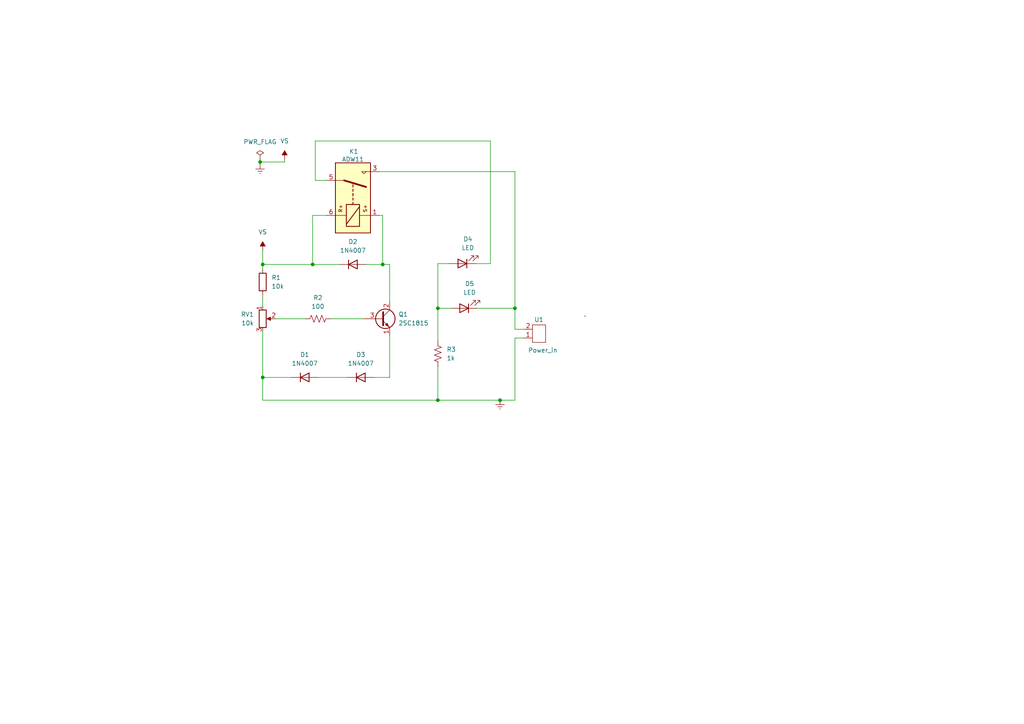
<source format=kicad_sch>
(kicad_sch (version 20211123) (generator eeschema)

  (uuid 0f530277-9585-47a9-a418-89f6049604ab)

  (paper "A4")

  (title_block
    (title "Battery Charger")
    (date "2022-05-16")
    (rev "v.1.1")
    (company "zhrzkn")
  )

  (lib_symbols
    (symbol "Device:LED" (pin_numbers hide) (pin_names (offset 1.016) hide) (in_bom yes) (on_board yes)
      (property "Reference" "D" (id 0) (at 0 2.54 0)
        (effects (font (size 1.27 1.27)))
      )
      (property "Value" "LED" (id 1) (at 0 -2.54 0)
        (effects (font (size 1.27 1.27)))
      )
      (property "Footprint" "" (id 2) (at 0 0 0)
        (effects (font (size 1.27 1.27)) hide)
      )
      (property "Datasheet" "~" (id 3) (at 0 0 0)
        (effects (font (size 1.27 1.27)) hide)
      )
      (property "ki_keywords" "LED diode" (id 4) (at 0 0 0)
        (effects (font (size 1.27 1.27)) hide)
      )
      (property "ki_description" "Light emitting diode" (id 5) (at 0 0 0)
        (effects (font (size 1.27 1.27)) hide)
      )
      (property "ki_fp_filters" "LED* LED_SMD:* LED_THT:*" (id 6) (at 0 0 0)
        (effects (font (size 1.27 1.27)) hide)
      )
      (symbol "LED_0_1"
        (polyline
          (pts
            (xy -1.27 -1.27)
            (xy -1.27 1.27)
          )
          (stroke (width 0.254) (type default) (color 0 0 0 0))
          (fill (type none))
        )
        (polyline
          (pts
            (xy -1.27 0)
            (xy 1.27 0)
          )
          (stroke (width 0) (type default) (color 0 0 0 0))
          (fill (type none))
        )
        (polyline
          (pts
            (xy 1.27 -1.27)
            (xy 1.27 1.27)
            (xy -1.27 0)
            (xy 1.27 -1.27)
          )
          (stroke (width 0.254) (type default) (color 0 0 0 0))
          (fill (type none))
        )
        (polyline
          (pts
            (xy -3.048 -0.762)
            (xy -4.572 -2.286)
            (xy -3.81 -2.286)
            (xy -4.572 -2.286)
            (xy -4.572 -1.524)
          )
          (stroke (width 0) (type default) (color 0 0 0 0))
          (fill (type none))
        )
        (polyline
          (pts
            (xy -1.778 -0.762)
            (xy -3.302 -2.286)
            (xy -2.54 -2.286)
            (xy -3.302 -2.286)
            (xy -3.302 -1.524)
          )
          (stroke (width 0) (type default) (color 0 0 0 0))
          (fill (type none))
        )
      )
      (symbol "LED_1_1"
        (pin passive line (at -3.81 0 0) (length 2.54)
          (name "K" (effects (font (size 1.27 1.27))))
          (number "1" (effects (font (size 1.27 1.27))))
        )
        (pin passive line (at 3.81 0 180) (length 2.54)
          (name "A" (effects (font (size 1.27 1.27))))
          (number "2" (effects (font (size 1.27 1.27))))
        )
      )
    )
    (symbol "Device:R" (pin_numbers hide) (pin_names (offset 0)) (in_bom yes) (on_board yes)
      (property "Reference" "R" (id 0) (at 2.032 0 90)
        (effects (font (size 1.27 1.27)))
      )
      (property "Value" "R" (id 1) (at 0 0 90)
        (effects (font (size 1.27 1.27)))
      )
      (property "Footprint" "" (id 2) (at -1.778 0 90)
        (effects (font (size 1.27 1.27)) hide)
      )
      (property "Datasheet" "~" (id 3) (at 0 0 0)
        (effects (font (size 1.27 1.27)) hide)
      )
      (property "ki_keywords" "R res resistor" (id 4) (at 0 0 0)
        (effects (font (size 1.27 1.27)) hide)
      )
      (property "ki_description" "Resistor" (id 5) (at 0 0 0)
        (effects (font (size 1.27 1.27)) hide)
      )
      (property "ki_fp_filters" "R_*" (id 6) (at 0 0 0)
        (effects (font (size 1.27 1.27)) hide)
      )
      (symbol "R_0_1"
        (rectangle (start -1.016 -2.54) (end 1.016 2.54)
          (stroke (width 0.254) (type default) (color 0 0 0 0))
          (fill (type none))
        )
      )
      (symbol "R_1_1"
        (pin passive line (at 0 3.81 270) (length 1.27)
          (name "~" (effects (font (size 1.27 1.27))))
          (number "1" (effects (font (size 1.27 1.27))))
        )
        (pin passive line (at 0 -3.81 90) (length 1.27)
          (name "~" (effects (font (size 1.27 1.27))))
          (number "2" (effects (font (size 1.27 1.27))))
        )
      )
    )
    (symbol "Device:R_Potentiometer" (pin_names (offset 1.016) hide) (in_bom yes) (on_board yes)
      (property "Reference" "RV" (id 0) (at -4.445 0 90)
        (effects (font (size 1.27 1.27)))
      )
      (property "Value" "R_Potentiometer" (id 1) (at -2.54 0 90)
        (effects (font (size 1.27 1.27)))
      )
      (property "Footprint" "" (id 2) (at 0 0 0)
        (effects (font (size 1.27 1.27)) hide)
      )
      (property "Datasheet" "~" (id 3) (at 0 0 0)
        (effects (font (size 1.27 1.27)) hide)
      )
      (property "ki_keywords" "resistor variable" (id 4) (at 0 0 0)
        (effects (font (size 1.27 1.27)) hide)
      )
      (property "ki_description" "Potentiometer" (id 5) (at 0 0 0)
        (effects (font (size 1.27 1.27)) hide)
      )
      (property "ki_fp_filters" "Potentiometer*" (id 6) (at 0 0 0)
        (effects (font (size 1.27 1.27)) hide)
      )
      (symbol "R_Potentiometer_0_1"
        (polyline
          (pts
            (xy 2.54 0)
            (xy 1.524 0)
          )
          (stroke (width 0) (type default) (color 0 0 0 0))
          (fill (type none))
        )
        (polyline
          (pts
            (xy 1.143 0)
            (xy 2.286 0.508)
            (xy 2.286 -0.508)
            (xy 1.143 0)
          )
          (stroke (width 0) (type default) (color 0 0 0 0))
          (fill (type outline))
        )
        (rectangle (start 1.016 2.54) (end -1.016 -2.54)
          (stroke (width 0.254) (type default) (color 0 0 0 0))
          (fill (type none))
        )
      )
      (symbol "R_Potentiometer_1_1"
        (pin passive line (at 0 3.81 270) (length 1.27)
          (name "1" (effects (font (size 1.27 1.27))))
          (number "1" (effects (font (size 1.27 1.27))))
        )
        (pin passive line (at 3.81 0 180) (length 1.27)
          (name "2" (effects (font (size 1.27 1.27))))
          (number "2" (effects (font (size 1.27 1.27))))
        )
        (pin passive line (at 0 -3.81 90) (length 1.27)
          (name "3" (effects (font (size 1.27 1.27))))
          (number "3" (effects (font (size 1.27 1.27))))
        )
      )
    )
    (symbol "Device:R_US" (pin_numbers hide) (pin_names (offset 0)) (in_bom yes) (on_board yes)
      (property "Reference" "R" (id 0) (at 2.54 0 90)
        (effects (font (size 1.27 1.27)))
      )
      (property "Value" "R_US" (id 1) (at -2.54 0 90)
        (effects (font (size 1.27 1.27)))
      )
      (property "Footprint" "" (id 2) (at 1.016 -0.254 90)
        (effects (font (size 1.27 1.27)) hide)
      )
      (property "Datasheet" "~" (id 3) (at 0 0 0)
        (effects (font (size 1.27 1.27)) hide)
      )
      (property "ki_keywords" "R res resistor" (id 4) (at 0 0 0)
        (effects (font (size 1.27 1.27)) hide)
      )
      (property "ki_description" "Resistor, US symbol" (id 5) (at 0 0 0)
        (effects (font (size 1.27 1.27)) hide)
      )
      (property "ki_fp_filters" "R_*" (id 6) (at 0 0 0)
        (effects (font (size 1.27 1.27)) hide)
      )
      (symbol "R_US_0_1"
        (polyline
          (pts
            (xy 0 -2.286)
            (xy 0 -2.54)
          )
          (stroke (width 0) (type default) (color 0 0 0 0))
          (fill (type none))
        )
        (polyline
          (pts
            (xy 0 2.286)
            (xy 0 2.54)
          )
          (stroke (width 0) (type default) (color 0 0 0 0))
          (fill (type none))
        )
        (polyline
          (pts
            (xy 0 -0.762)
            (xy 1.016 -1.143)
            (xy 0 -1.524)
            (xy -1.016 -1.905)
            (xy 0 -2.286)
          )
          (stroke (width 0) (type default) (color 0 0 0 0))
          (fill (type none))
        )
        (polyline
          (pts
            (xy 0 0.762)
            (xy 1.016 0.381)
            (xy 0 0)
            (xy -1.016 -0.381)
            (xy 0 -0.762)
          )
          (stroke (width 0) (type default) (color 0 0 0 0))
          (fill (type none))
        )
        (polyline
          (pts
            (xy 0 2.286)
            (xy 1.016 1.905)
            (xy 0 1.524)
            (xy -1.016 1.143)
            (xy 0 0.762)
          )
          (stroke (width 0) (type default) (color 0 0 0 0))
          (fill (type none))
        )
      )
      (symbol "R_US_1_1"
        (pin passive line (at 0 3.81 270) (length 1.27)
          (name "~" (effects (font (size 1.27 1.27))))
          (number "1" (effects (font (size 1.27 1.27))))
        )
        (pin passive line (at 0 -3.81 90) (length 1.27)
          (name "~" (effects (font (size 1.27 1.27))))
          (number "2" (effects (font (size 1.27 1.27))))
        )
      )
    )
    (symbol "Diode:1N4007" (pin_numbers hide) (pin_names (offset 1.016) hide) (in_bom yes) (on_board yes)
      (property "Reference" "D" (id 0) (at 0 2.54 0)
        (effects (font (size 1.27 1.27)))
      )
      (property "Value" "1N4007" (id 1) (at 0 -2.54 0)
        (effects (font (size 1.27 1.27)))
      )
      (property "Footprint" "Diode_THT:D_DO-41_SOD81_P10.16mm_Horizontal" (id 2) (at 0 -4.445 0)
        (effects (font (size 1.27 1.27)) hide)
      )
      (property "Datasheet" "http://www.vishay.com/docs/88503/1n4001.pdf" (id 3) (at 0 0 0)
        (effects (font (size 1.27 1.27)) hide)
      )
      (property "ki_keywords" "diode" (id 4) (at 0 0 0)
        (effects (font (size 1.27 1.27)) hide)
      )
      (property "ki_description" "1000V 1A General Purpose Rectifier Diode, DO-41" (id 5) (at 0 0 0)
        (effects (font (size 1.27 1.27)) hide)
      )
      (property "ki_fp_filters" "D*DO?41*" (id 6) (at 0 0 0)
        (effects (font (size 1.27 1.27)) hide)
      )
      (symbol "1N4007_0_1"
        (polyline
          (pts
            (xy -1.27 1.27)
            (xy -1.27 -1.27)
          )
          (stroke (width 0.254) (type default) (color 0 0 0 0))
          (fill (type none))
        )
        (polyline
          (pts
            (xy 1.27 0)
            (xy -1.27 0)
          )
          (stroke (width 0) (type default) (color 0 0 0 0))
          (fill (type none))
        )
        (polyline
          (pts
            (xy 1.27 1.27)
            (xy 1.27 -1.27)
            (xy -1.27 0)
            (xy 1.27 1.27)
          )
          (stroke (width 0.254) (type default) (color 0 0 0 0))
          (fill (type none))
        )
      )
      (symbol "1N4007_1_1"
        (pin passive line (at -3.81 0 0) (length 2.54)
          (name "K" (effects (font (size 1.27 1.27))))
          (number "1" (effects (font (size 1.27 1.27))))
        )
        (pin passive line (at 3.81 0 180) (length 2.54)
          (name "A" (effects (font (size 1.27 1.27))))
          (number "2" (effects (font (size 1.27 1.27))))
        )
      )
    )
    (symbol "Relay:ADW11" (in_bom yes) (on_board yes)
      (property "Reference" "K" (id 0) (at 11.43 3.81 0)
        (effects (font (size 1.27 1.27)))
      )
      (property "Value" "ADW11" (id 1) (at 13.97 1.27 0)
        (effects (font (size 1.27 1.27)))
      )
      (property "Footprint" "Relay_THT:Relay_1P1T_NO_10x24x18.8mm_Panasonic_ADW11xxxxW_THT" (id 2) (at 33.655 -1.27 0)
        (effects (font (size 1.27 1.27)) hide)
      )
      (property "Datasheet" "https://www.panasonic-electric-works.com/pew/es/downloads/ds_dw_hl_en.pdf" (id 3) (at 0 0 0)
        (effects (font (size 1.27 1.27)) hide)
      )
      (property "ki_keywords" "SPST 1P1T" (id 4) (at 0 0 0)
        (effects (font (size 1.27 1.27)) hide)
      )
      (property "ki_description" "Panasonic, 8A/16A, Small Polarized Latching Power Relays, Single coil, 1 Form A" (id 5) (at 0 0 0)
        (effects (font (size 1.27 1.27)) hide)
      )
      (property "ki_fp_filters" "Relay*1P1T*NO*Panasonic*ADW11xxxxW*" (id 6) (at 0 0 0)
        (effects (font (size 1.27 1.27)) hide)
      )
      (symbol "ADW11_1_1"
        (rectangle (start -10.16 5.08) (end 10.16 -5.08)
          (stroke (width 0.254) (type default) (color 0 0 0 0))
          (fill (type background))
        )
        (rectangle (start -8.255 1.905) (end -1.905 -1.905)
          (stroke (width 0.254) (type default) (color 0 0 0 0))
          (fill (type none))
        )
        (polyline
          (pts
            (xy -7.62 -1.905)
            (xy -2.54 1.905)
          )
          (stroke (width 0.254) (type default) (color 0 0 0 0))
          (fill (type none))
        )
        (polyline
          (pts
            (xy -5.08 -5.08)
            (xy -5.08 -1.905)
          )
          (stroke (width 0) (type default) (color 0 0 0 0))
          (fill (type none))
        )
        (polyline
          (pts
            (xy -5.08 5.08)
            (xy -5.08 1.905)
          )
          (stroke (width 0) (type default) (color 0 0 0 0))
          (fill (type none))
        )
        (polyline
          (pts
            (xy -1.905 0)
            (xy -1.27 0)
          )
          (stroke (width 0.254) (type default) (color 0 0 0 0))
          (fill (type none))
        )
        (polyline
          (pts
            (xy -0.635 0)
            (xy 0 0)
          )
          (stroke (width 0.254) (type default) (color 0 0 0 0))
          (fill (type none))
        )
        (polyline
          (pts
            (xy 0.635 0)
            (xy 1.27 0)
          )
          (stroke (width 0.254) (type default) (color 0 0 0 0))
          (fill (type none))
        )
        (polyline
          (pts
            (xy 0.635 0)
            (xy 1.27 0)
          )
          (stroke (width 0.254) (type default) (color 0 0 0 0))
          (fill (type none))
        )
        (polyline
          (pts
            (xy 1.905 0)
            (xy 2.54 0)
          )
          (stroke (width 0.254) (type default) (color 0 0 0 0))
          (fill (type none))
        )
        (polyline
          (pts
            (xy 3.175 0)
            (xy 3.81 0)
          )
          (stroke (width 0.254) (type default) (color 0 0 0 0))
          (fill (type none))
        )
        (polyline
          (pts
            (xy 5.08 -2.54)
            (xy 3.175 3.81)
          )
          (stroke (width 0.508) (type default) (color 0 0 0 0))
          (fill (type none))
        )
        (polyline
          (pts
            (xy 5.08 -2.54)
            (xy 5.08 -5.08)
          )
          (stroke (width 0) (type default) (color 0 0 0 0))
          (fill (type none))
        )
        (polyline
          (pts
            (xy 7.62 3.81)
            (xy 7.62 5.08)
          )
          (stroke (width 0) (type default) (color 0 0 0 0))
          (fill (type none))
        )
        (polyline
          (pts
            (xy 7.62 3.81)
            (xy 7.62 2.54)
            (xy 6.985 3.175)
            (xy 7.62 3.81)
          )
          (stroke (width 0) (type default) (color 0 0 0 0))
          (fill (type none))
        )
        (text "R+" (at -3.048 -3.556 0)
          (effects (font (size 1.016 1.016)))
        )
        (text "S+" (at -3.048 3.556 0)
          (effects (font (size 1.016 1.016)))
        )
        (pin passive line (at -5.08 7.62 270) (length 2.54)
          (name "~" (effects (font (size 1.27 1.27))))
          (number "1" (effects (font (size 1.27 1.27))))
        )
        (pin passive line (at 7.62 7.62 270) (length 2.54)
          (name "~" (effects (font (size 1.27 1.27))))
          (number "3" (effects (font (size 1.27 1.27))))
        )
        (pin passive line (at 5.08 -7.62 90) (length 2.54)
          (name "~" (effects (font (size 1.27 1.27))))
          (number "5" (effects (font (size 1.27 1.27))))
        )
        (pin passive line (at -5.08 -7.62 90) (length 2.54)
          (name "~" (effects (font (size 1.27 1.27))))
          (number "6" (effects (font (size 1.27 1.27))))
        )
      )
    )
    (symbol "Transistor_BJT:2SC1815" (pin_names (offset 0) hide) (in_bom yes) (on_board yes)
      (property "Reference" "Q" (id 0) (at 5.08 1.905 0)
        (effects (font (size 1.27 1.27)) (justify left))
      )
      (property "Value" "2SC1815" (id 1) (at 5.08 0 0)
        (effects (font (size 1.27 1.27)) (justify left))
      )
      (property "Footprint" "Package_TO_SOT_THT:TO-92_Inline" (id 2) (at 5.08 -1.905 0)
        (effects (font (size 1.27 1.27) italic) (justify left) hide)
      )
      (property "Datasheet" "https://media.digikey.com/pdf/Data%20Sheets/Toshiba%20PDFs/2SC1815.pdf" (id 3) (at 0 0 0)
        (effects (font (size 1.27 1.27)) (justify left) hide)
      )
      (property "ki_keywords" "Low Noise Audio NPN Transistor" (id 4) (at 0 0 0)
        (effects (font (size 1.27 1.27)) hide)
      )
      (property "ki_description" "0.15A Ic, 50V Vce, Low Noise Audio NPN Transistor, TO-92" (id 5) (at 0 0 0)
        (effects (font (size 1.27 1.27)) hide)
      )
      (property "ki_fp_filters" "TO?92*" (id 6) (at 0 0 0)
        (effects (font (size 1.27 1.27)) hide)
      )
      (symbol "2SC1815_0_1"
        (polyline
          (pts
            (xy 0 0)
            (xy 0.508 0)
          )
          (stroke (width 0) (type default) (color 0 0 0 0))
          (fill (type none))
        )
        (polyline
          (pts
            (xy 0.635 0.635)
            (xy 2.54 2.54)
          )
          (stroke (width 0) (type default) (color 0 0 0 0))
          (fill (type none))
        )
        (polyline
          (pts
            (xy 0.635 -0.635)
            (xy 2.54 -2.54)
            (xy 2.54 -2.54)
          )
          (stroke (width 0) (type default) (color 0 0 0 0))
          (fill (type none))
        )
        (polyline
          (pts
            (xy 0.635 1.905)
            (xy 0.635 -1.905)
            (xy 0.635 -1.905)
          )
          (stroke (width 0.508) (type default) (color 0 0 0 0))
          (fill (type none))
        )
        (polyline
          (pts
            (xy 1.27 -1.778)
            (xy 1.778 -1.27)
            (xy 2.286 -2.286)
            (xy 1.27 -1.778)
            (xy 1.27 -1.778)
          )
          (stroke (width 0) (type default) (color 0 0 0 0))
          (fill (type outline))
        )
        (circle (center 1.27 0) (radius 2.8194)
          (stroke (width 0.254) (type default) (color 0 0 0 0))
          (fill (type none))
        )
      )
      (symbol "2SC1815_1_1"
        (pin passive line (at 2.54 -5.08 90) (length 2.54)
          (name "E" (effects (font (size 1.27 1.27))))
          (number "1" (effects (font (size 1.27 1.27))))
        )
        (pin passive line (at 2.54 5.08 270) (length 2.54)
          (name "C" (effects (font (size 1.27 1.27))))
          (number "2" (effects (font (size 1.27 1.27))))
        )
        (pin input line (at -5.08 0 0) (length 5.08)
          (name "B" (effects (font (size 1.27 1.27))))
          (number "3" (effects (font (size 1.27 1.27))))
        )
      )
    )
    (symbol "extra_library:Power_in" (in_bom yes) (on_board yes)
      (property "Reference" "U" (id 0) (at -1.27 1.27 0)
        (effects (font (size 1.27 1.27)))
      )
      (property "Value" "Power_in" (id 1) (at 2.54 -6.35 0)
        (effects (font (size 1.27 1.27)))
      )
      (property "Footprint" "" (id 2) (at 0 0 0)
        (effects (font (size 1.27 1.27)) hide)
      )
      (property "Datasheet" "" (id 3) (at 0 0 0)
        (effects (font (size 1.27 1.27)) hide)
      )
      (symbol "Power_in_0_1"
        (rectangle (start 0 0) (end 3.81 -5.08)
          (stroke (width 0) (type default) (color 0 0 0 0))
          (fill (type none))
        )
        (circle (center 15.24 2.54) (radius 0.0001)
          (stroke (width 0) (type default) (color 0 0 0 0))
          (fill (type none))
        )
      )
      (symbol "Power_in_1_1"
        (pin input line (at -2.54 -3.81 0) (length 2.54)
          (name "" (effects (font (size 1.27 1.27))))
          (number "1" (effects (font (size 1.27 1.27))))
        )
        (pin input line (at -2.54 -1.27 0) (length 2.54)
          (name "" (effects (font (size 1.27 1.27))))
          (number "2" (effects (font (size 1.27 1.27))))
        )
      )
    )
    (symbol "power:Earth" (power) (pin_names (offset 0)) (in_bom yes) (on_board yes)
      (property "Reference" "#PWR" (id 0) (at 0 -6.35 0)
        (effects (font (size 1.27 1.27)) hide)
      )
      (property "Value" "Earth" (id 1) (at 0 -3.81 0)
        (effects (font (size 1.27 1.27)) hide)
      )
      (property "Footprint" "" (id 2) (at 0 0 0)
        (effects (font (size 1.27 1.27)) hide)
      )
      (property "Datasheet" "~" (id 3) (at 0 0 0)
        (effects (font (size 1.27 1.27)) hide)
      )
      (property "ki_keywords" "power-flag ground gnd" (id 4) (at 0 0 0)
        (effects (font (size 1.27 1.27)) hide)
      )
      (property "ki_description" "Power symbol creates a global label with name \"Earth\"" (id 5) (at 0 0 0)
        (effects (font (size 1.27 1.27)) hide)
      )
      (symbol "Earth_0_1"
        (polyline
          (pts
            (xy -0.635 -1.905)
            (xy 0.635 -1.905)
          )
          (stroke (width 0) (type default) (color 0 0 0 0))
          (fill (type none))
        )
        (polyline
          (pts
            (xy -0.127 -2.54)
            (xy 0.127 -2.54)
          )
          (stroke (width 0) (type default) (color 0 0 0 0))
          (fill (type none))
        )
        (polyline
          (pts
            (xy 0 -1.27)
            (xy 0 0)
          )
          (stroke (width 0) (type default) (color 0 0 0 0))
          (fill (type none))
        )
        (polyline
          (pts
            (xy 1.27 -1.27)
            (xy -1.27 -1.27)
          )
          (stroke (width 0) (type default) (color 0 0 0 0))
          (fill (type none))
        )
      )
      (symbol "Earth_1_1"
        (pin power_in line (at 0 0 270) (length 0) hide
          (name "Earth" (effects (font (size 1.27 1.27))))
          (number "1" (effects (font (size 1.27 1.27))))
        )
      )
    )
    (symbol "power:PWR_FLAG" (power) (pin_numbers hide) (pin_names (offset 0) hide) (in_bom yes) (on_board yes)
      (property "Reference" "#FLG" (id 0) (at 0 1.905 0)
        (effects (font (size 1.27 1.27)) hide)
      )
      (property "Value" "PWR_FLAG" (id 1) (at 0 3.81 0)
        (effects (font (size 1.27 1.27)))
      )
      (property "Footprint" "" (id 2) (at 0 0 0)
        (effects (font (size 1.27 1.27)) hide)
      )
      (property "Datasheet" "~" (id 3) (at 0 0 0)
        (effects (font (size 1.27 1.27)) hide)
      )
      (property "ki_keywords" "power-flag" (id 4) (at 0 0 0)
        (effects (font (size 1.27 1.27)) hide)
      )
      (property "ki_description" "Special symbol for telling ERC where power comes from" (id 5) (at 0 0 0)
        (effects (font (size 1.27 1.27)) hide)
      )
      (symbol "PWR_FLAG_0_0"
        (pin power_out line (at 0 0 90) (length 0)
          (name "pwr" (effects (font (size 1.27 1.27))))
          (number "1" (effects (font (size 1.27 1.27))))
        )
      )
      (symbol "PWR_FLAG_0_1"
        (polyline
          (pts
            (xy 0 0)
            (xy 0 1.27)
            (xy -1.016 1.905)
            (xy 0 2.54)
            (xy 1.016 1.905)
            (xy 0 1.27)
          )
          (stroke (width 0) (type default) (color 0 0 0 0))
          (fill (type none))
        )
      )
    )
    (symbol "power:VS" (power) (pin_names (offset 0)) (in_bom yes) (on_board yes)
      (property "Reference" "#PWR" (id 0) (at -5.08 -3.81 0)
        (effects (font (size 1.27 1.27)) hide)
      )
      (property "Value" "VS" (id 1) (at 0 3.81 0)
        (effects (font (size 1.27 1.27)))
      )
      (property "Footprint" "" (id 2) (at 0 0 0)
        (effects (font (size 1.27 1.27)) hide)
      )
      (property "Datasheet" "" (id 3) (at 0 0 0)
        (effects (font (size 1.27 1.27)) hide)
      )
      (property "ki_keywords" "power-flag" (id 4) (at 0 0 0)
        (effects (font (size 1.27 1.27)) hide)
      )
      (property "ki_description" "Power symbol creates a global label with name \"VS\"" (id 5) (at 0 0 0)
        (effects (font (size 1.27 1.27)) hide)
      )
      (symbol "VS_0_1"
        (polyline
          (pts
            (xy 0 0)
            (xy 0 2.54)
          )
          (stroke (width 0) (type default) (color 0 0 0 0))
          (fill (type none))
        )
        (polyline
          (pts
            (xy 0.762 1.27)
            (xy -0.762 1.27)
            (xy 0 2.54)
            (xy 0.762 1.27)
          )
          (stroke (width 0) (type default) (color 0 0 0 0))
          (fill (type outline))
        )
      )
      (symbol "VS_1_1"
        (pin power_in line (at 0 0 90) (length 0) hide
          (name "VS" (effects (font (size 1.27 1.27))))
          (number "1" (effects (font (size 1.27 1.27))))
        )
      )
    )
  )

  (junction (at 127 116.078) (diameter 0) (color 0 0 0 0)
    (uuid 16abf2b4-6791-4597-b1cc-46875015127d)
  )
  (junction (at 90.678 76.708) (diameter 0) (color 0 0 0 0)
    (uuid 1c1bcfde-31f3-463e-9f87-7acec96d4199)
  )
  (junction (at 149.352 89.408) (diameter 0) (color 0 0 0 0)
    (uuid 2403d8ae-ed0d-4c4e-829c-b7a033f10c75)
  )
  (junction (at 76.2 76.708) (diameter 0) (color 0 0 0 0)
    (uuid 4b05825b-81e1-42bc-bbbb-b06a99423d74)
  )
  (junction (at 75.438 46.99) (diameter 0) (color 0 0 0 0)
    (uuid 54e07f29-f3cf-4403-a803-69b54a6d2d82)
  )
  (junction (at 127 89.408) (diameter 0) (color 0 0 0 0)
    (uuid 6ef15f9c-72b5-4eeb-b75d-a63a0d0f03b4)
  )
  (junction (at 76.2 109.474) (diameter 0) (color 0 0 0 0)
    (uuid 763dac9c-37f9-4bd3-beb2-676509d07834)
  )
  (junction (at 145.034 116.078) (diameter 0) (color 0 0 0 0)
    (uuid 77a1af03-c8f9-4ed7-ae6d-2d9d93b92c0e)
  )
  (junction (at 110.998 76.708) (diameter 0) (color 0 0 0 0)
    (uuid a6b4db08-146b-4366-923d-b433331649da)
  )

  (wire (pts (xy 76.2 77.978) (xy 76.2 76.708))
    (stroke (width 0) (type default) (color 0 0 0 0))
    (uuid 06c6f07c-8de1-4879-9235-ec0598821450)
  )
  (wire (pts (xy 127 98.806) (xy 127 89.408))
    (stroke (width 0) (type default) (color 0 0 0 0))
    (uuid 072874ff-7f87-4e14-9ca3-f8ad2a234df1)
  )
  (wire (pts (xy 76.2 85.598) (xy 76.2 88.646))
    (stroke (width 0) (type default) (color 0 0 0 0))
    (uuid 0a8968d8-0945-442f-90d8-ad072fed5aa4)
  )
  (wire (pts (xy 109.982 49.784) (xy 149.352 49.784))
    (stroke (width 0) (type default) (color 0 0 0 0))
    (uuid 0e94e613-e667-41dc-9acd-ac45740b2e84)
  )
  (wire (pts (xy 91.44 40.894) (xy 91.44 52.324))
    (stroke (width 0) (type default) (color 0 0 0 0))
    (uuid 1c08634d-6067-40af-8504-3656fbf37d58)
  )
  (wire (pts (xy 145.034 116.078) (xy 127 116.078))
    (stroke (width 0) (type default) (color 0 0 0 0))
    (uuid 1f65d756-63bc-454d-942f-217527a0faf5)
  )
  (wire (pts (xy 82.55 46.228) (xy 82.55 46.99))
    (stroke (width 0) (type default) (color 0 0 0 0))
    (uuid 25a2b595-3e06-4cc8-88de-34d64caf23f2)
  )
  (wire (pts (xy 88.392 92.456) (xy 80.01 92.456))
    (stroke (width 0) (type default) (color 0 0 0 0))
    (uuid 2607e078-157e-421a-8c87-f79fcb892ca4)
  )
  (wire (pts (xy 76.2 109.474) (xy 76.2 96.266))
    (stroke (width 0) (type default) (color 0 0 0 0))
    (uuid 26a0c0cd-a605-4df5-9ce2-810930723275)
  )
  (wire (pts (xy 110.998 62.484) (xy 110.998 76.708))
    (stroke (width 0) (type default) (color 0 0 0 0))
    (uuid 2b59eb13-4e29-485a-83fb-68e06551d432)
  )
  (wire (pts (xy 142.24 40.894) (xy 91.44 40.894))
    (stroke (width 0) (type default) (color 0 0 0 0))
    (uuid 335c1809-d8d5-4ec3-9b80-9679b316d42c)
  )
  (wire (pts (xy 137.922 76.454) (xy 142.24 76.454))
    (stroke (width 0) (type default) (color 0 0 0 0))
    (uuid 3505d46e-89d2-44b2-a56f-a5a126b034fb)
  )
  (wire (pts (xy 94.742 62.484) (xy 90.678 62.484))
    (stroke (width 0) (type default) (color 0 0 0 0))
    (uuid 3672b9e5-dfec-4153-be0e-0271647f9105)
  )
  (wire (pts (xy 113.03 76.708) (xy 113.03 87.376))
    (stroke (width 0) (type default) (color 0 0 0 0))
    (uuid 374a57be-f1a2-4258-88c0-4b20febaea6e)
  )
  (wire (pts (xy 90.678 76.708) (xy 98.552 76.708))
    (stroke (width 0) (type default) (color 0 0 0 0))
    (uuid 4e2cc584-5c7d-43fb-9a8c-e2211aa97277)
  )
  (wire (pts (xy 149.352 116.078) (xy 145.034 116.078))
    (stroke (width 0) (type default) (color 0 0 0 0))
    (uuid 598552ba-f4b0-443d-8e0b-fb334d5f9c39)
  )
  (wire (pts (xy 75.438 46.228) (xy 75.438 46.99))
    (stroke (width 0) (type default) (color 0 0 0 0))
    (uuid 5cad04eb-829a-4256-8cb8-9d87b417389c)
  )
  (wire (pts (xy 149.352 49.784) (xy 149.352 89.408))
    (stroke (width 0) (type default) (color 0 0 0 0))
    (uuid 68b9067b-a5e0-43f2-812f-fd8cc9b6178c)
  )
  (wire (pts (xy 127 116.078) (xy 76.2 116.078))
    (stroke (width 0) (type default) (color 0 0 0 0))
    (uuid 6ae2a78c-9ef1-46e4-8b3d-d2e4c6bbc276)
  )
  (wire (pts (xy 96.012 92.456) (xy 105.41 92.456))
    (stroke (width 0) (type default) (color 0 0 0 0))
    (uuid 73a2d6d4-b441-4e7d-acd4-9de22fa8a55b)
  )
  (wire (pts (xy 106.172 76.708) (xy 110.998 76.708))
    (stroke (width 0) (type default) (color 0 0 0 0))
    (uuid 849c9ef3-3735-4abf-a6e2-6c16fe08d33c)
  )
  (wire (pts (xy 127 116.078) (xy 127 106.426))
    (stroke (width 0) (type default) (color 0 0 0 0))
    (uuid 86ff02ca-5c24-4f3b-8678-3044ed11592d)
  )
  (wire (pts (xy 130.302 76.454) (xy 127 76.454))
    (stroke (width 0) (type default) (color 0 0 0 0))
    (uuid 960a9c1d-1cc4-405e-b010-c67fddc05f70)
  )
  (wire (pts (xy 109.982 62.484) (xy 110.998 62.484))
    (stroke (width 0) (type default) (color 0 0 0 0))
    (uuid 966d48f8-f41d-412f-927b-dedad441034e)
  )
  (wire (pts (xy 76.2 72.644) (xy 76.2 76.708))
    (stroke (width 0) (type default) (color 0 0 0 0))
    (uuid 9b968fd4-07d9-4ee5-b562-73c1c34641ac)
  )
  (wire (pts (xy 76.2 109.474) (xy 84.582 109.474))
    (stroke (width 0) (type default) (color 0 0 0 0))
    (uuid 9b9ed02b-531f-4e69-bbd3-168f7716d781)
  )
  (wire (pts (xy 110.998 76.708) (xy 113.03 76.708))
    (stroke (width 0) (type default) (color 0 0 0 0))
    (uuid a2403ca4-17a9-4c61-8af4-065641814d01)
  )
  (wire (pts (xy 149.352 98.044) (xy 149.352 116.078))
    (stroke (width 0) (type default) (color 0 0 0 0))
    (uuid a75a1372-e164-42c6-a0cf-55729d948d7f)
  )
  (wire (pts (xy 149.352 95.504) (xy 151.892 95.504))
    (stroke (width 0) (type default) (color 0 0 0 0))
    (uuid ac7a421a-a7d3-434d-9276-5033de96413a)
  )
  (wire (pts (xy 90.678 62.484) (xy 90.678 76.708))
    (stroke (width 0) (type default) (color 0 0 0 0))
    (uuid aea3ae10-86fe-4a5e-8a0f-fcc458544433)
  )
  (wire (pts (xy 127 76.454) (xy 127 89.408))
    (stroke (width 0) (type default) (color 0 0 0 0))
    (uuid b20cb69f-355d-492c-b566-8e76f8158b87)
  )
  (wire (pts (xy 76.2 76.708) (xy 90.678 76.708))
    (stroke (width 0) (type default) (color 0 0 0 0))
    (uuid b81af234-a2d3-4d9a-a8fd-93b72c0076a3)
  )
  (wire (pts (xy 82.55 46.99) (xy 75.438 46.99))
    (stroke (width 0) (type default) (color 0 0 0 0))
    (uuid c465f025-094e-4d1f-af33-322cc7bcee14)
  )
  (wire (pts (xy 138.43 89.408) (xy 149.352 89.408))
    (stroke (width 0) (type default) (color 0 0 0 0))
    (uuid c5875a9e-ccfe-47ce-a9f3-9c6b7760ff23)
  )
  (wire (pts (xy 75.438 46.99) (xy 75.438 47.752))
    (stroke (width 0) (type default) (color 0 0 0 0))
    (uuid ca8723a3-e136-4ad0-bba1-45cf043d6137)
  )
  (wire (pts (xy 92.202 109.474) (xy 100.838 109.474))
    (stroke (width 0) (type default) (color 0 0 0 0))
    (uuid d4be79eb-5976-41e9-aa3f-4ac1bf898993)
  )
  (wire (pts (xy 113.03 109.474) (xy 113.03 97.536))
    (stroke (width 0) (type default) (color 0 0 0 0))
    (uuid d72588b1-cdf7-4096-808b-9810ae6fc00a)
  )
  (wire (pts (xy 127 89.408) (xy 130.81 89.408))
    (stroke (width 0) (type default) (color 0 0 0 0))
    (uuid d92db12f-44d6-451d-bbf3-1295f9f4491d)
  )
  (wire (pts (xy 91.44 52.324) (xy 94.742 52.324))
    (stroke (width 0) (type default) (color 0 0 0 0))
    (uuid e14fa750-d51e-4e3b-8f08-a66f0c2abc0f)
  )
  (wire (pts (xy 142.24 76.454) (xy 142.24 40.894))
    (stroke (width 0) (type default) (color 0 0 0 0))
    (uuid e223f79c-7df2-4031-b199-bae16a1b99b7)
  )
  (wire (pts (xy 151.892 98.044) (xy 149.352 98.044))
    (stroke (width 0) (type default) (color 0 0 0 0))
    (uuid e70e617a-cc91-47e2-a743-dd100a3bdb80)
  )
  (wire (pts (xy 76.2 116.078) (xy 76.2 109.474))
    (stroke (width 0) (type default) (color 0 0 0 0))
    (uuid e8dc9997-cf89-4c6c-ae00-556793cc7d1a)
  )
  (wire (pts (xy 108.458 109.474) (xy 113.03 109.474))
    (stroke (width 0) (type default) (color 0 0 0 0))
    (uuid ef839737-9d31-447f-94e1-f34964cf2268)
  )
  (wire (pts (xy 149.352 89.408) (xy 149.352 95.504))
    (stroke (width 0) (type default) (color 0 0 0 0))
    (uuid fcb0c2d1-388b-4727-add8-1d114550571e)
  )

  (symbol (lib_id "Diode:1N4007") (at 104.648 109.474 0) (unit 1)
    (in_bom yes) (on_board yes) (fields_autoplaced)
    (uuid 09ad623c-75e7-4c74-a6bc-b5428579209e)
    (property "Reference" "D3" (id 0) (at 104.648 102.87 0))
    (property "Value" "1N4007" (id 1) (at 104.648 105.41 0))
    (property "Footprint" "Diode_THT:D_DO-41_SOD81_P10.16mm_Horizontal" (id 2) (at 104.648 113.919 0)
      (effects (font (size 1.27 1.27)) hide)
    )
    (property "Datasheet" "http://www.vishay.com/docs/88503/1n4001.pdf" (id 3) (at 104.648 109.474 0)
      (effects (font (size 1.27 1.27)) hide)
    )
    (pin "1" (uuid 428df8c4-f3cf-45dd-8ceb-38f556c08066))
    (pin "2" (uuid f945d329-d215-498b-9ca8-5be2cf5524d2))
  )

  (symbol (lib_id "power:VS") (at 82.55 46.228 0) (unit 1)
    (in_bom yes) (on_board yes) (fields_autoplaced)
    (uuid 146f416e-7338-4c7d-9950-b780347ef560)
    (property "Reference" "#PWR04" (id 0) (at 77.47 50.038 0)
      (effects (font (size 1.27 1.27)) hide)
    )
    (property "Value" "VS" (id 1) (at 82.55 40.894 0))
    (property "Footprint" "" (id 2) (at 82.55 46.228 0)
      (effects (font (size 1.27 1.27)) hide)
    )
    (property "Datasheet" "" (id 3) (at 82.55 46.228 0)
      (effects (font (size 1.27 1.27)) hide)
    )
    (pin "1" (uuid d4fd5185-6a00-46d9-b19e-e08025c1c538))
  )

  (symbol (lib_id "power:VS") (at 76.2 72.644 0) (unit 1)
    (in_bom yes) (on_board yes) (fields_autoplaced)
    (uuid 354a309e-b48e-4aba-8758-2a1c7c4fddaa)
    (property "Reference" "#PWR01" (id 0) (at 71.12 76.454 0)
      (effects (font (size 1.27 1.27)) hide)
    )
    (property "Value" "VS" (id 1) (at 76.2 67.31 0))
    (property "Footprint" "" (id 2) (at 76.2 72.644 0)
      (effects (font (size 1.27 1.27)) hide)
    )
    (property "Datasheet" "" (id 3) (at 76.2 72.644 0)
      (effects (font (size 1.27 1.27)) hide)
    )
    (pin "1" (uuid 997282d0-323f-4127-8681-a5a178da6b38))
  )

  (symbol (lib_id "power:Earth") (at 145.034 116.078 0) (unit 1)
    (in_bom yes) (on_board yes) (fields_autoplaced)
    (uuid 38452f53-0bcb-4783-aa39-ee2264d00c82)
    (property "Reference" "#PWR02" (id 0) (at 145.034 122.428 0)
      (effects (font (size 1.27 1.27)) hide)
    )
    (property "Value" "Earth" (id 1) (at 145.034 119.888 0)
      (effects (font (size 1.27 1.27)) hide)
    )
    (property "Footprint" "" (id 2) (at 145.034 116.078 0)
      (effects (font (size 1.27 1.27)) hide)
    )
    (property "Datasheet" "~" (id 3) (at 145.034 116.078 0)
      (effects (font (size 1.27 1.27)) hide)
    )
    (pin "1" (uuid c77b0eb8-9c6a-4257-8ea4-260f1c8b3fd1))
  )

  (symbol (lib_id "Transistor_BJT:2SC1815") (at 110.49 92.456 0) (unit 1)
    (in_bom yes) (on_board yes) (fields_autoplaced)
    (uuid 48d0eb22-960e-4a90-bb6f-f047126044b6)
    (property "Reference" "Q1" (id 0) (at 115.57 91.1859 0)
      (effects (font (size 1.27 1.27)) (justify left))
    )
    (property "Value" "2SC1815" (id 1) (at 115.57 93.7259 0)
      (effects (font (size 1.27 1.27)) (justify left))
    )
    (property "Footprint" "Package_TO_SOT_THT:TO-92_Inline" (id 2) (at 115.57 94.361 0)
      (effects (font (size 1.27 1.27) italic) (justify left) hide)
    )
    (property "Datasheet" "https://media.digikey.com/pdf/Data%20Sheets/Toshiba%20PDFs/2SC1815.pdf" (id 3) (at 110.49 92.456 0)
      (effects (font (size 1.27 1.27)) (justify left) hide)
    )
    (pin "1" (uuid b29e7183-d186-4169-8c16-933b14400c58))
    (pin "2" (uuid c36ac300-c830-44c6-be44-1c445a76010a))
    (pin "3" (uuid 6291f5aa-eba4-4917-8475-a98819477d92))
  )

  (symbol (lib_id "Relay:ADW11") (at 102.362 57.404 270) (mirror x) (unit 1)
    (in_bom yes) (on_board yes)
    (uuid 55754c1f-c3fb-4f76-809e-132c8e4fd7be)
    (property "Reference" "K1" (id 0) (at 102.616 43.942 90))
    (property "Value" "ADW11" (id 1) (at 102.362 46.228 90))
    (property "Footprint" "Relay_THT:Relay_1P1T_NO_10x24x18.8mm_Panasonic_ADW11xxxxW_THT" (id 2) (at 101.092 23.749 0)
      (effects (font (size 1.27 1.27)) hide)
    )
    (property "Datasheet" "https://www.panasonic-electric-works.com/pew/es/downloads/ds_dw_hl_en.pdf" (id 3) (at 102.362 57.404 0)
      (effects (font (size 1.27 1.27)) hide)
    )
    (pin "1" (uuid d4c44426-a2e7-4328-af36-f659866b926a))
    (pin "3" (uuid 1731ecc3-9a26-40cf-9e33-12256b2fb205))
    (pin "5" (uuid 3c77b701-1a49-45a7-be32-921d2ee9638e))
    (pin "6" (uuid f3a0cd71-196b-4069-9b61-dd587f7def2a))
  )

  (symbol (lib_id "Device:LED") (at 134.62 89.408 180) (unit 1)
    (in_bom yes) (on_board yes) (fields_autoplaced)
    (uuid 5afda509-d68d-4ad0-97bf-1bdaab0d3162)
    (property "Reference" "D5" (id 0) (at 136.2075 82.296 0))
    (property "Value" "LED" (id 1) (at 136.2075 84.836 0))
    (property "Footprint" "LED_THT:LED_D3.0mm_FlatTop" (id 2) (at 134.62 89.408 0)
      (effects (font (size 1.27 1.27)) hide)
    )
    (property "Datasheet" "~" (id 3) (at 134.62 89.408 0)
      (effects (font (size 1.27 1.27)) hide)
    )
    (pin "1" (uuid 38c2a081-31d7-4a5e-89f2-69e20dcae2c3))
    (pin "2" (uuid 1c8379c1-adc0-4430-8754-b5e1a26d99f6))
  )

  (symbol (lib_id "Diode:1N4007") (at 88.392 109.474 0) (unit 1)
    (in_bom yes) (on_board yes) (fields_autoplaced)
    (uuid 5cb13450-0daf-4985-b3cc-1d0df4c3144f)
    (property "Reference" "D1" (id 0) (at 88.392 102.87 0))
    (property "Value" "1N4007" (id 1) (at 88.392 105.41 0))
    (property "Footprint" "Diode_THT:D_DO-41_SOD81_P10.16mm_Horizontal" (id 2) (at 88.392 113.919 0)
      (effects (font (size 1.27 1.27)) hide)
    )
    (property "Datasheet" "http://www.vishay.com/docs/88503/1n4001.pdf" (id 3) (at 88.392 109.474 0)
      (effects (font (size 1.27 1.27)) hide)
    )
    (pin "1" (uuid bc9aa674-8f9f-4099-9383-52cfe2ad9f3f))
    (pin "2" (uuid 40fb3c54-f9d5-4f57-abb2-01f891164599))
  )

  (symbol (lib_id "Device:LED") (at 134.112 76.454 180) (unit 1)
    (in_bom yes) (on_board yes) (fields_autoplaced)
    (uuid 5e003909-6e4f-4a75-ab06-799f66d02066)
    (property "Reference" "D4" (id 0) (at 135.6995 69.342 0))
    (property "Value" "LED" (id 1) (at 135.6995 71.882 0))
    (property "Footprint" "LED_THT:LED_D3.0mm_FlatTop" (id 2) (at 134.112 76.454 0)
      (effects (font (size 1.27 1.27)) hide)
    )
    (property "Datasheet" "~" (id 3) (at 134.112 76.454 0)
      (effects (font (size 1.27 1.27)) hide)
    )
    (pin "1" (uuid 8bbdf44f-454a-4f69-93d6-602a9190a247))
    (pin "2" (uuid b59496ce-a3b4-4a82-8c9d-3d65766a745a))
  )

  (symbol (lib_id "Device:R_US") (at 92.202 92.456 270) (unit 1)
    (in_bom yes) (on_board yes) (fields_autoplaced)
    (uuid 625eefa9-c92c-45fd-ad6a-2f3d55563fd3)
    (property "Reference" "R2" (id 0) (at 92.202 86.36 90))
    (property "Value" "100" (id 1) (at 92.202 88.9 90))
    (property "Footprint" "Resistor_SMD:R_0805_2012Metric_Pad1.20x1.40mm_HandSolder" (id 2) (at 91.948 93.472 90)
      (effects (font (size 1.27 1.27)) hide)
    )
    (property "Datasheet" "~" (id 3) (at 92.202 92.456 0)
      (effects (font (size 1.27 1.27)) hide)
    )
    (pin "1" (uuid 33d1ff95-736b-4473-8f05-666a6a511878))
    (pin "2" (uuid dbbc2293-6432-4101-b66f-fceb65b11cec))
  )

  (symbol (lib_id "Device:R") (at 76.2 81.788 0) (unit 1)
    (in_bom yes) (on_board yes) (fields_autoplaced)
    (uuid 6e9be896-b55a-401a-b0c4-b8cc76c76d65)
    (property "Reference" "R1" (id 0) (at 78.74 80.5179 0)
      (effects (font (size 1.27 1.27)) (justify left))
    )
    (property "Value" "10k" (id 1) (at 78.74 83.0579 0)
      (effects (font (size 1.27 1.27)) (justify left))
    )
    (property "Footprint" "Resistor_SMD:R_0805_2012Metric_Pad1.20x1.40mm_HandSolder" (id 2) (at 74.422 81.788 90)
      (effects (font (size 1.27 1.27)) hide)
    )
    (property "Datasheet" "~" (id 3) (at 76.2 81.788 0)
      (effects (font (size 1.27 1.27)) hide)
    )
    (pin "1" (uuid 8a53a662-c83d-450b-89ba-789af9dea2c7))
    (pin "2" (uuid dd2bf1c4-9716-4be7-8d8f-aea5ad0eb4e8))
  )

  (symbol (lib_id "power:Earth") (at 75.438 47.752 0) (unit 1)
    (in_bom yes) (on_board yes) (fields_autoplaced)
    (uuid 72e6b698-d64b-4b44-8e02-12b52b973c80)
    (property "Reference" "#PWR03" (id 0) (at 75.438 54.102 0)
      (effects (font (size 1.27 1.27)) hide)
    )
    (property "Value" "Earth" (id 1) (at 75.438 51.562 0)
      (effects (font (size 1.27 1.27)) hide)
    )
    (property "Footprint" "" (id 2) (at 75.438 47.752 0)
      (effects (font (size 1.27 1.27)) hide)
    )
    (property "Datasheet" "~" (id 3) (at 75.438 47.752 0)
      (effects (font (size 1.27 1.27)) hide)
    )
    (pin "1" (uuid 26398c09-1e9e-4ad9-83a6-2a513c0e81bc))
  )

  (symbol (lib_id "power:PWR_FLAG") (at 75.438 46.228 0) (unit 1)
    (in_bom yes) (on_board yes) (fields_autoplaced)
    (uuid 9ba92ab6-5b7b-4a28-a797-63418098799a)
    (property "Reference" "#FLG01" (id 0) (at 75.438 44.323 0)
      (effects (font (size 1.27 1.27)) hide)
    )
    (property "Value" "PWR_FLAG" (id 1) (at 75.438 41.148 0))
    (property "Footprint" "" (id 2) (at 75.438 46.228 0)
      (effects (font (size 1.27 1.27)) hide)
    )
    (property "Datasheet" "~" (id 3) (at 75.438 46.228 0)
      (effects (font (size 1.27 1.27)) hide)
    )
    (pin "1" (uuid 40e369e6-5b2b-4628-9977-51138b931e79))
  )

  (symbol (lib_id "Device:R_US") (at 127 102.616 0) (unit 1)
    (in_bom yes) (on_board yes) (fields_autoplaced)
    (uuid a6e17feb-d35a-485c-be6d-a7b51d492f1e)
    (property "Reference" "R3" (id 0) (at 129.54 101.3459 0)
      (effects (font (size 1.27 1.27)) (justify left))
    )
    (property "Value" "1k" (id 1) (at 129.54 103.8859 0)
      (effects (font (size 1.27 1.27)) (justify left))
    )
    (property "Footprint" "Resistor_SMD:R_0805_2012Metric_Pad1.20x1.40mm_HandSolder" (id 2) (at 128.016 102.87 90)
      (effects (font (size 1.27 1.27)) hide)
    )
    (property "Datasheet" "~" (id 3) (at 127 102.616 0)
      (effects (font (size 1.27 1.27)) hide)
    )
    (pin "1" (uuid 14a8c189-9741-472f-bf48-27711fe7acad))
    (pin "2" (uuid 179dd00f-cb56-4336-8d23-ce1ce1261c1b))
  )

  (symbol (lib_id "Diode:1N4007") (at 102.362 76.708 0) (unit 1)
    (in_bom yes) (on_board yes) (fields_autoplaced)
    (uuid b6c19191-8f1c-44de-a7f9-06a8229f1457)
    (property "Reference" "D2" (id 0) (at 102.362 70.104 0))
    (property "Value" "1N4007" (id 1) (at 102.362 72.644 0))
    (property "Footprint" "Diode_THT:D_DO-41_SOD81_P10.16mm_Horizontal" (id 2) (at 102.362 81.153 0)
      (effects (font (size 1.27 1.27)) hide)
    )
    (property "Datasheet" "http://www.vishay.com/docs/88503/1n4001.pdf" (id 3) (at 102.362 76.708 0)
      (effects (font (size 1.27 1.27)) hide)
    )
    (pin "1" (uuid 3befbc6d-2972-4a79-936b-c0d0fe13cf38))
    (pin "2" (uuid 8c5c5a8e-9776-4bf3-be0a-84d81a565c50))
  )

  (symbol (lib_id "extra_library:Power_in") (at 154.432 94.234 0) (unit 1)
    (in_bom yes) (on_board yes)
    (uuid e52dad0a-1598-45ef-8913-e2fd93830bce)
    (property "Reference" "U1" (id 0) (at 154.94 92.71 0)
      (effects (font (size 1.27 1.27)) (justify left))
    )
    (property "Value" "Power_in" (id 1) (at 153.162 101.6 0)
      (effects (font (size 1.27 1.27)) (justify left))
    )
    (property "Footprint" "TerminalBlock:TerminalBlock_bornier-2_P5.08mm" (id 2) (at 154.432 94.234 0)
      (effects (font (size 1.27 1.27)) hide)
    )
    (property "Datasheet" "" (id 3) (at 154.432 94.234 0)
      (effects (font (size 1.27 1.27)) hide)
    )
    (pin "1" (uuid b5735808-b173-45bd-8cc9-282a763b23a7))
    (pin "2" (uuid 8dc853f6-397f-43b9-b883-d0f816ed6781))
  )

  (symbol (lib_id "Device:R_Potentiometer") (at 76.2 92.456 0) (unit 1)
    (in_bom yes) (on_board yes) (fields_autoplaced)
    (uuid fa6f735c-3f15-4f80-900b-2768b7bb5b7f)
    (property "Reference" "RV1" (id 0) (at 73.66 91.1859 0)
      (effects (font (size 1.27 1.27)) (justify right))
    )
    (property "Value" "10k" (id 1) (at 73.66 93.7259 0)
      (effects (font (size 1.27 1.27)) (justify right))
    )
    (property "Footprint" "Potentiometer_SMD:Potentiometer_Bourns_3224J_Horizontal" (id 2) (at 76.2 92.456 0)
      (effects (font (size 1.27 1.27)) hide)
    )
    (property "Datasheet" "~" (id 3) (at 76.2 92.456 0)
      (effects (font (size 1.27 1.27)) hide)
    )
    (pin "1" (uuid 2289b8fc-546b-4925-8886-ff1d9f67aa61))
    (pin "2" (uuid 71383f30-7a4f-41ee-8e43-5cbe582879f4))
    (pin "3" (uuid 916bb76e-d70c-4dc5-9539-86eb351ca06b))
  )

  (sheet_instances
    (path "/" (page "1"))
  )

  (symbol_instances
    (path "/9ba92ab6-5b7b-4a28-a797-63418098799a"
      (reference "#FLG01") (unit 1) (value "PWR_FLAG") (footprint "")
    )
    (path "/354a309e-b48e-4aba-8758-2a1c7c4fddaa"
      (reference "#PWR01") (unit 1) (value "VS") (footprint "")
    )
    (path "/38452f53-0bcb-4783-aa39-ee2264d00c82"
      (reference "#PWR02") (unit 1) (value "Earth") (footprint "")
    )
    (path "/72e6b698-d64b-4b44-8e02-12b52b973c80"
      (reference "#PWR03") (unit 1) (value "Earth") (footprint "")
    )
    (path "/146f416e-7338-4c7d-9950-b780347ef560"
      (reference "#PWR04") (unit 1) (value "VS") (footprint "")
    )
    (path "/5cb13450-0daf-4985-b3cc-1d0df4c3144f"
      (reference "D1") (unit 1) (value "1N4007") (footprint "Diode_THT:D_DO-41_SOD81_P10.16mm_Horizontal")
    )
    (path "/b6c19191-8f1c-44de-a7f9-06a8229f1457"
      (reference "D2") (unit 1) (value "1N4007") (footprint "Diode_THT:D_DO-41_SOD81_P10.16mm_Horizontal")
    )
    (path "/09ad623c-75e7-4c74-a6bc-b5428579209e"
      (reference "D3") (unit 1) (value "1N4007") (footprint "Diode_THT:D_DO-41_SOD81_P10.16mm_Horizontal")
    )
    (path "/5e003909-6e4f-4a75-ab06-799f66d02066"
      (reference "D4") (unit 1) (value "LED") (footprint "LED_THT:LED_D3.0mm_FlatTop")
    )
    (path "/5afda509-d68d-4ad0-97bf-1bdaab0d3162"
      (reference "D5") (unit 1) (value "LED") (footprint "LED_THT:LED_D3.0mm_FlatTop")
    )
    (path "/55754c1f-c3fb-4f76-809e-132c8e4fd7be"
      (reference "K1") (unit 1) (value "ADW11") (footprint "Relay_THT:Relay_1P1T_NO_10x24x18.8mm_Panasonic_ADW11xxxxW_THT")
    )
    (path "/48d0eb22-960e-4a90-bb6f-f047126044b6"
      (reference "Q1") (unit 1) (value "2SC1815") (footprint "Package_TO_SOT_THT:TO-92_Inline")
    )
    (path "/6e9be896-b55a-401a-b0c4-b8cc76c76d65"
      (reference "R1") (unit 1) (value "10k") (footprint "Resistor_SMD:R_0805_2012Metric_Pad1.20x1.40mm_HandSolder")
    )
    (path "/625eefa9-c92c-45fd-ad6a-2f3d55563fd3"
      (reference "R2") (unit 1) (value "100") (footprint "Resistor_SMD:R_0805_2012Metric_Pad1.20x1.40mm_HandSolder")
    )
    (path "/a6e17feb-d35a-485c-be6d-a7b51d492f1e"
      (reference "R3") (unit 1) (value "1k") (footprint "Resistor_SMD:R_0805_2012Metric_Pad1.20x1.40mm_HandSolder")
    )
    (path "/fa6f735c-3f15-4f80-900b-2768b7bb5b7f"
      (reference "RV1") (unit 1) (value "10k") (footprint "Potentiometer_SMD:Potentiometer_Bourns_3224J_Horizontal")
    )
    (path "/e52dad0a-1598-45ef-8913-e2fd93830bce"
      (reference "U1") (unit 1) (value "Power_in") (footprint "TerminalBlock:TerminalBlock_bornier-2_P5.08mm")
    )
  )
)

</source>
